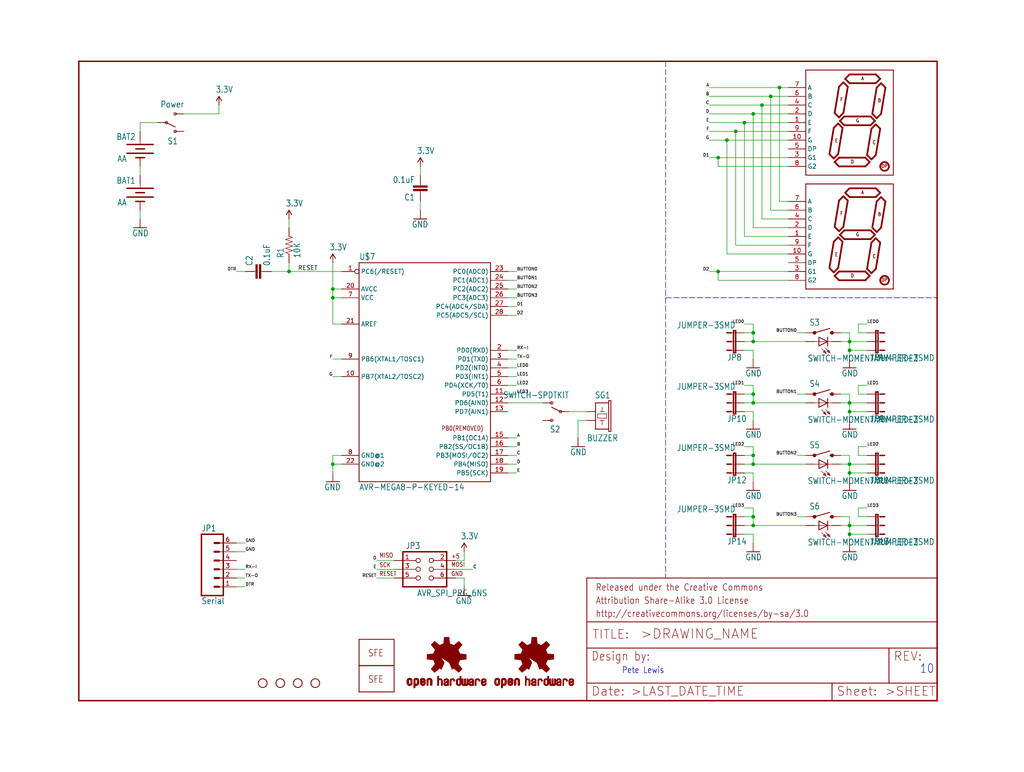
<source format=kicad_sch>
(kicad_sch (version 20211123) (generator eeschema)
  (paper "User" 297.002 223.926)
  (lib_symbols
    (symbol "schematicEagle-eagle-import:0.1UF-50V-20%(PTH)KIT-EZ"
      (property "Reference" "C" (at 1.524 2.921 0))
      (property "Value" "0.1UF-50V-20%(PTH)KIT-EZ" (at 1.524 -2.159 0))
      (symbol "0.1UF-50V-20%(PTH)KIT-EZ_1_0"
        (pin passive line (at 0 5.08 270) (length 2.54) (name "1") (number "1"))
        (pin passive line (at 0 -2.54 90) (length 2.54) (name "2") (number "2"))
      )
    )
    (symbol "schematicEagle-eagle-import:10KOHM1{slash}6W5%(PTH)KIT"
      (property "Reference" "R" (at -3.81 1.4986 0))
      (property "Value" "10KOHM1{slash}6W5%(PTH)KIT" (at -3.81 -3.302 0))
      (symbol "10KOHM1{slash}6W5%(PTH)KIT_1_0"
        (pin passive line (at -5.08 0 0) (length 2.54) (name "1") (number "P$1"))
        (pin passive line (at 5.08 0 180) (length 2.54) (name "2") (number "P$2"))
      )
    )
    (symbol "schematicEagle-eagle-import:3.3V" (power)
      (property "Value" "3.3V" (at -1.016 3.556 0))
      (symbol "3.3V_1_0"
        (pin power_in line (at 0 0 90) (length 2.54) (name "3.3V") (number "1"))
      )
    )
    (symbol "schematicEagle-eagle-import:7-SEGMENT-DISPLAY-1{dblquote}-REDEZ"
      (symbol "7-SEGMENT-DISPLAY-1{dblquote}-REDEZ_1_0"
        (text "A" (at 0.762 12.192 0) (effects (font (size 1.016 0.8636) (thickness 0.1727) bold) (justify left bottom)))
        (text "B" (at 5.588 5.842 0) (effects (font (size 1.016 0.8636) (thickness 0.1727) bold) (justify left bottom)))
        (text "C" (at 4.064 -6.35 0) (effects (font (size 1.016 0.8636) (thickness 0.1727) bold) (justify left bottom)))
        (text "D" (at -2.286 -11.938 0) (effects (font (size 1.016 0.8636) (thickness 0.1727) bold) (justify left bottom)))
        (text "DP" (at 6.604 -13.208 0) (effects (font (size 1.016 0.8636) (thickness 0.1727) bold) (justify left bottom)))
        (text "E" (at -6.858 -5.842 0) (effects (font (size 1.016 0.8636) (thickness 0.1727) bold) (justify left bottom)))
        (text "F" (at -5.334 6.096 0) (effects (font (size 1.016 0.8636) (thickness 0.1727) bold) (justify left bottom)))
        (text "G" (at -0.762 0 0) (effects (font (size 1.016 0.8636) (thickness 0.1727) bold) (justify left bottom)))
        (pin bidirectional line (at -20.32 0 0) (length 5.08) (name "E") (number "1"))
        (pin bidirectional line (at -20.32 -5.08 0) (length 5.08) (name "G") (number "10"))
        (pin bidirectional line (at -20.32 2.54 0) (length 5.08) (name "D") (number "2"))
        (pin bidirectional line (at -20.32 -10.16 0) (length 5.08) (name "G1") (number "3"))
        (pin bidirectional line (at -20.32 5.08 0) (length 5.08) (name "C") (number "4"))
        (pin bidirectional line (at -20.32 -7.62 0) (length 5.08) (name "DP") (number "5"))
        (pin bidirectional line (at -20.32 7.62 0) (length 5.08) (name "B") (number "6"))
        (pin bidirectional line (at -20.32 10.16 0) (length 5.08) (name "A") (number "7"))
        (pin bidirectional line (at -20.32 -12.7 0) (length 5.08) (name "G2") (number "8"))
        (pin bidirectional line (at -20.32 -2.54 0) (length 5.08) (name "F") (number "9"))
      )
    )
    (symbol "schematicEagle-eagle-import:AVR-MEGA8-P-KEYED-14"
      (property "Value" "AVR-MEGA8-P-KEYED-14" (at -17.78 -38.1 0))
      (symbol "AVR-MEGA8-P-KEYED-14_1_0"
        (text "PB0(REMOVED)" (at 6.096 -20.828 0) (effects (font (size 1.27 1.0795)) (justify left bottom)))
        (pin bidirectional inverted (at -22.86 25.4 0) (length 5.08) (name "PC6(/RESET)") (number "1"))
        (pin bidirectional line (at -22.86 -5.08 0) (length 5.08) (name "PB7(XTAL2/TOSC2)") (number "10"))
        (pin bidirectional line (at 25.4 -10.16 180) (length 5.08) (name "PD5(T1)") (number "11"))
        (pin bidirectional line (at 25.4 -12.7 180) (length 5.08) (name "PD6(AIN0)") (number "12"))
        (pin bidirectional line (at 25.4 -15.24 180) (length 5.08) (name "PD7(AIN1)") (number "13"))
        (pin bidirectional line (at 25.4 -22.86 180) (length 5.08) (name "PB1(OC1A)") (number "15"))
        (pin bidirectional line (at 25.4 -25.4 180) (length 5.08) (name "PB2(SS/OC1B)") (number "16"))
        (pin bidirectional line (at 25.4 -27.94 180) (length 5.08) (name "PB3(MOSI/OC2)") (number "17"))
        (pin bidirectional line (at 25.4 -30.48 180) (length 5.08) (name "PB4(MISO)") (number "18"))
        (pin bidirectional line (at 25.4 -33.02 180) (length 5.08) (name "PB5(SCK)") (number "19"))
        (pin bidirectional line (at 25.4 2.54 180) (length 5.08) (name "PD0(RXD)") (number "2"))
        (pin bidirectional line (at -22.86 20.32 0) (length 5.08) (name "AVCC") (number "20"))
        (pin bidirectional line (at -22.86 10.16 0) (length 5.08) (name "AREF") (number "21"))
        (pin bidirectional line (at -22.86 -30.48 0) (length 5.08) (name "GND@2") (number "22"))
        (pin bidirectional line (at 25.4 25.4 180) (length 5.08) (name "PC0(ADC0)") (number "23"))
        (pin bidirectional line (at 25.4 22.86 180) (length 5.08) (name "PC1(ADC1)") (number "24"))
        (pin bidirectional line (at 25.4 20.32 180) (length 5.08) (name "PC2(ADC2)") (number "25"))
        (pin bidirectional line (at 25.4 17.78 180) (length 5.08) (name "PC3(ADC3)") (number "26"))
        (pin bidirectional line (at 25.4 15.24 180) (length 5.08) (name "PC4(ADC4/SDA)") (number "27"))
        (pin bidirectional line (at 25.4 12.7 180) (length 5.08) (name "PC5(ADC5/SCL)") (number "28"))
        (pin bidirectional line (at 25.4 0 180) (length 5.08) (name "PD1(TXD)") (number "3"))
        (pin bidirectional line (at 25.4 -2.54 180) (length 5.08) (name "PD2(INT0)") (number "4"))
        (pin bidirectional line (at 25.4 -5.08 180) (length 5.08) (name "PD3(INT1)") (number "5"))
        (pin bidirectional line (at 25.4 -7.62 180) (length 5.08) (name "PD4(XCK/T0)") (number "6"))
        (pin bidirectional line (at -22.86 17.78 0) (length 5.08) (name "VCC") (number "7"))
        (pin bidirectional line (at -22.86 -27.94 0) (length 5.08) (name "GND@1") (number "8"))
        (pin bidirectional line (at -22.86 0 0) (length 5.08) (name "PB6(XTAL1/TOSC1)") (number "9"))
      )
    )
    (symbol "schematicEagle-eagle-import:AVR_SPI_PRG_6NS"
      (property "Reference" "J" (at -4.318 5.842 0))
      (property "Value" "AVR_SPI_PRG_6NS" (at -4.064 -7.62 0))
      (symbol "AVR_SPI_PRG_6NS_1_0"
        (text "+5" (at 8.89 3.048 0) (effects (font (size 1.27 1.0795)) (justify left bottom)))
        (text "GND" (at 8.89 -2.032 0) (effects (font (size 1.27 1.0795)) (justify left bottom)))
        (text "MISO" (at -11.938 3.302 0) (effects (font (size 1.27 1.0795)) (justify left bottom)))
        (text "MOSI" (at 8.89 0.635 0) (effects (font (size 1.27 1.0795)) (justify left bottom)))
        (text "RESET" (at -11.938 -2.032 0) (effects (font (size 1.27 1.0795)) (justify left bottom)))
        (text "SCK" (at -11.938 0.508 0) (effects (font (size 1.27 1.0795)) (justify left bottom)))
        (pin passive inverted (at -7.62 2.54 0) (length 7.62) (name "1") (number "1"))
        (pin passive inverted (at 10.16 2.54 180) (length 7.62) (name "2") (number "2"))
        (pin passive inverted (at -7.62 0 0) (length 7.62) (name "3") (number "3"))
        (pin passive inverted (at 10.16 0 180) (length 7.62) (name "4") (number "4"))
        (pin passive inverted (at -7.62 -2.54 0) (length 7.62) (name "5") (number "5"))
        (pin passive inverted (at 10.16 -2.54 180) (length 7.62) (name "6") (number "6"))
      )
    )
    (symbol "schematicEagle-eagle-import:BATTERYAA-KIT"
      (property "Reference" "BAT" (at -3.81 5.08 0))
      (property "Value" "BATTERYAA-KIT" (at -3.81 -6.35 0))
      (symbol "BATTERYAA-KIT_1_0"
        (pin power_in line (at 5.08 0 180) (length 2.54) (name "-") (number "GND@1"))
        (pin power_in line (at -5.08 0 0) (length 2.54) (name "+") (number "PWR@1"))
      )
    )
    (symbol "schematicEagle-eagle-import:BUZZERPTH-KIT"
      (property "Reference" "SG" (at -2.54 5.08 0))
      (property "Value" "BUZZERPTH-KIT" (at 6.35 0 0))
      (symbol "BUZZERPTH-KIT_1_0"
        (pin passive line (at 0 -2.54 90) (length 2.54) (name "1") (number "+"))
        (pin passive line (at 2.54 -2.54 90) (length 2.54) (name "2") (number "-"))
      )
    )
    (symbol "schematicEagle-eagle-import:FRAME-LETTER"
      (symbol "FRAME-LETTER_2_0"
        (text ">DRAWING_NAME" (at 15.494 17.78 0) (effects (font (size 2.7432 2.7432)) (justify left bottom)))
        (text ">LAST_DATE_TIME" (at 12.7 1.27 0) (effects (font (size 2.54 2.54)) (justify left bottom)))
        (text ">SHEET" (at 86.36 1.27 0) (effects (font (size 2.54 2.54)) (justify left bottom)))
        (text "Attribution Share-Alike 3.0 License" (at 2.54 27.94 0) (effects (font (size 1.9304 1.6408)) (justify left bottom)))
        (text "Date:" (at 1.27 1.27 0) (effects (font (size 2.54 2.54)) (justify left bottom)))
        (text "Design by:" (at 1.27 11.43 0) (effects (font (size 2.54 2.159)) (justify left bottom)))
        (text "http://creativecommons.org/licenses/by-sa/3.0" (at 2.54 24.13 0) (effects (font (size 1.9304 1.6408)) (justify left bottom)))
        (text "Released under the Creative Commons" (at 2.54 31.75 0) (effects (font (size 1.9304 1.6408)) (justify left bottom)))
        (text "REV:" (at 88.9 11.43 0) (effects (font (size 2.54 2.54)) (justify left bottom)))
        (text "Sheet:" (at 72.39 1.27 0) (effects (font (size 2.54 2.54)) (justify left bottom)))
        (text "TITLE:" (at 1.524 17.78 0) (effects (font (size 2.54 2.54)) (justify left bottom)))
      )
    )
    (symbol "schematicEagle-eagle-import:GND" (power)
      (property "Value" "GND" (at -2.54 -2.54 0))
      (symbol "GND_1_0"
        (pin power_in line (at 0 2.54 270) (length 2.54) (name "GND") (number "1"))
      )
    )
    (symbol "schematicEagle-eagle-import:JUMPER-3SMD"
      (property "Reference" "JP" (at -1.27 0 90))
      (property "Value" "JUMPER-3SMD" (at 8.255 0 90))
      (symbol "JUMPER-3SMD_1_0"
        (pin passive line (at 0 -2.54 90) (length 2.54) (name "1") (number "1"))
        (pin passive line (at 2.54 -2.54 90) (length 2.54) (name "2") (number "2"))
        (pin passive line (at 5.08 -2.54 90) (length 2.54) (name "3") (number "3"))
      )
    )
    (symbol "schematicEagle-eagle-import:LOGO-SFENEW"
      (symbol "LOGO-SFENEW_1_0"
        (text "SFE" (at 0 0 0) (effects (font (size 1.9304 1.6408)) (justify left bottom)))
      )
    )
    (symbol "schematicEagle-eagle-import:M06-SFENOSILK"
      (property "Reference" "JP" (at -5.08 10.922 0))
      (property "Value" "M06-SFENOSILK" (at -5.08 -10.16 0))
      (symbol "M06-SFENOSILK_1_0"
        (pin passive line (at 5.08 -5.08 180) (length 5.08) (name "1") (number "1"))
        (pin passive line (at 5.08 -2.54 180) (length 5.08) (name "2") (number "2"))
        (pin passive line (at 5.08 0 180) (length 5.08) (name "3") (number "3"))
        (pin passive line (at 5.08 2.54 180) (length 5.08) (name "4") (number "4"))
        (pin passive line (at 5.08 5.08 180) (length 5.08) (name "5") (number "5"))
        (pin passive line (at 5.08 7.62 180) (length 5.08) (name "6") (number "6"))
      )
    )
    (symbol "schematicEagle-eagle-import:OSHW-LOGOL")
    (symbol "schematicEagle-eagle-import:OSHW-LOGOS")
    (symbol "schematicEagle-eagle-import:STAND-OFF")
    (symbol "schematicEagle-eagle-import:SWITCH-MOMENTARY-LEDEZ"
      (property "Reference" "S" (at -4.064 2.032 0))
      (property "Value" "SWITCH-MOMENTARY-LEDEZ" (at -4.572 -8.382 0))
      (symbol "SWITCH-MOMENTARY-LEDEZ_1_0"
        (pin passive line (at 5.08 0 180) (length 2.54) (name "2") (number "2"))
        (pin passive line (at -5.08 0 0) (length 2.54) (name "1") (number "4"))
        (pin passive line (at -5.08 -2.54 0) (length 2.54) (name "A") (number "A"))
        (pin passive line (at 5.08 -2.54 180) (length 2.54) (name "C") (number "C"))
      )
    )
    (symbol "schematicEagle-eagle-import:SWITCH-SPDTKIT"
      (property "Reference" "S" (at -1.905 -6.35 0))
      (property "Value" "SWITCH-SPDTKIT" (at -2.54 3.81 0))
      (symbol "SWITCH-SPDTKIT_1_0"
        (pin passive line (at 5.08 2.54 180) (length 2.54) (name "O") (number "1"))
        (pin passive line (at -2.54 0 0) (length 2.54) (name "P") (number "2"))
        (pin passive line (at 5.08 -2.54 180) (length 2.54) (name "S") (number "3"))
      )
    )
  )
  (junction (at 218.44 152.4))
  (junction (at 208.28 45.72))
  (junction (at 223.52 27.94))
  (junction (at 246.38 152.4))
  (junction (at 213.36 38.1))
  (junction (at 246.38 119.38))
  (junction (at 246.38 101.6))
  (junction (at 218.44 132.08))
  (junction (at 246.38 154.94))
  (junction (at 210.82 40.64))
  (junction (at 218.44 96.52))
  (junction (at 218.44 134.62))
  (junction (at 218.44 149.86))
  (junction (at 218.44 99.06))
  (junction (at 208.28 78.74))
  (junction (at 96.52 83.82))
  (junction (at 218.44 33.02))
  (junction (at 246.38 137.16))
  (junction (at 96.52 86.36))
  (junction (at 226.06 25.4))
  (junction (at 215.9 35.56))
  (junction (at 246.38 99.06))
  (junction (at 218.44 116.84))
  (junction (at 83.82 78.74))
  (junction (at 220.98 30.48))
  (junction (at 246.38 134.62))
  (junction (at 218.44 114.3))
  (junction (at 246.38 116.84))
  (junction (at 96.52 134.62))
  (wire (pts (xy 228.6 45.72) (xy 208.28 45.72)))
  (wire (pts (xy 228.6 48.26) (xy 208.28 48.26)))
  (wire (pts (xy 246.38 152.4) (xy 246.38 154.94)))
  (wire (pts (xy 213.36 38.1) (xy 205.74 38.1)))
  (wire (pts (xy 96.52 134.62) (xy 96.52 137.16)))
  (wire (pts (xy 99.06 78.74) (xy 83.82 78.74)))
  (wire (pts (xy 147.32 127) (xy 149.86 127)))
  (wire (pts (xy 40.64 63.5) (xy 40.64 60.96)))
  (wire (pts (xy 215.9 35.56) (xy 205.74 35.56)))
  (wire (pts (xy 71.12 78.74) (xy 68.58 78.74)))
  (wire (pts (xy 215.9 68.58) (xy 228.6 68.58)))
  (wire (pts (xy 215.9 35.56) (xy 215.9 68.58)))
  (wire (pts (xy 248.92 129.54) (xy 251.46 129.54)))
  (wire (pts (xy 147.32 109.22) (xy 149.86 109.22)))
  (wire (pts (xy 68.58 167.64) (xy 71.12 167.64)))
  (wire (pts (xy 114.3 162.56) (xy 109.22 162.56)))
  (wire (pts (xy 246.38 154.94) (xy 246.38 157.48)))
  (wire (pts (xy 233.68 114.3) (xy 231.14 114.3)))
  (wire (pts (xy 246.38 101.6) (xy 246.38 104.14)))
  (wire (pts (xy 96.52 93.98) (xy 96.52 86.36)))
  (wire (pts (xy 147.32 106.68) (xy 149.86 106.68)))
  (wire (pts (xy 223.52 60.96) (xy 228.6 60.96)))
  (wire (pts (xy 248.92 114.3) (xy 248.92 111.76)))
  (wire (pts (xy 83.82 63.5) (xy 83.82 66.04)))
  (wire (pts (xy 220.98 30.48) (xy 220.98 63.5)))
  (wire (pts (xy 215.9 119.38) (xy 218.44 119.38)))
  (wire (pts (xy 228.6 78.74) (xy 208.28 78.74)))
  (wire (pts (xy 83.82 78.74) (xy 78.74 78.74)))
  (wire (pts (xy 233.68 132.08) (xy 231.14 132.08)))
  (wire (pts (xy 215.9 114.3) (xy 218.44 114.3)))
  (wire (pts (xy 215.9 154.94) (xy 218.44 154.94)))
  (wire (pts (xy 215.9 137.16) (xy 218.44 137.16)))
  (wire (pts (xy 218.44 149.86) (xy 218.44 147.32)))
  (wire (pts (xy 147.32 101.6) (xy 149.86 101.6)))
  (wire (pts (xy 248.92 149.86) (xy 248.92 147.32)))
  (wire (pts (xy 134.62 162.56) (xy 134.62 160.02)))
  (wire (pts (xy 228.6 30.48) (xy 220.98 30.48)))
  (wire (pts (xy 210.82 73.66) (xy 228.6 73.66)))
  (wire (pts (xy 220.98 63.5) (xy 228.6 63.5)))
  (wire (pts (xy 243.84 132.08) (xy 246.38 132.08)))
  (wire (pts (xy 233.68 96.52) (xy 231.14 96.52)))
  (wire (pts (xy 251.46 99.06) (xy 246.38 99.06)))
  (wire (pts (xy 165.1 119.38) (xy 170.18 119.38)))
  (wire (pts (xy 218.44 132.08) (xy 218.44 134.62)))
  (wire (pts (xy 233.68 99.06) (xy 218.44 99.06)))
  (wire (pts (xy 251.46 116.84) (xy 246.38 116.84)))
  (wire (pts (xy 215.9 132.08) (xy 218.44 132.08)))
  (wire (pts (xy 68.58 160.02) (xy 71.12 160.02)))
  (wire (pts (xy 246.38 149.86) (xy 246.38 152.4)))
  (wire (pts (xy 218.44 154.94) (xy 218.44 157.48)))
  (wire (pts (xy 248.92 96.52) (xy 248.92 93.98)))
  (wire (pts (xy 121.92 50.8) (xy 121.92 48.26)))
  (wire (pts (xy 243.84 134.62) (xy 246.38 134.62)))
  (wire (pts (xy 218.44 114.3) (xy 218.44 111.76)))
  (wire (pts (xy 218.44 66.04) (xy 228.6 66.04)))
  (wire (pts (xy 99.06 93.98) (xy 96.52 93.98)))
  (wire (pts (xy 248.92 147.32) (xy 251.46 147.32)))
  (wire (pts (xy 99.06 132.08) (xy 96.52 132.08)))
  (wire (pts (xy 228.6 40.64) (xy 210.82 40.64)))
  (wire (pts (xy 208.28 78.74) (xy 205.74 78.74)))
  (wire (pts (xy 147.32 116.84) (xy 157.48 116.84)))
  (wire (pts (xy 213.36 38.1) (xy 213.36 71.12)))
  (wire (pts (xy 208.28 81.28) (xy 208.28 78.74)))
  (wire (pts (xy 208.28 48.26) (xy 208.28 45.72)))
  (wire (pts (xy 40.64 35.56) (xy 40.64 38.1)))
  (wire (pts (xy 218.44 152.4) (xy 215.9 152.4)))
  (wire (pts (xy 243.84 152.4) (xy 246.38 152.4)))
  (wire (pts (xy 114.3 165.1) (xy 109.22 165.1)))
  (wire (pts (xy 218.44 93.98) (xy 215.9 93.98)))
  (wire (pts (xy 218.44 111.76) (xy 215.9 111.76)))
  (wire (pts (xy 218.44 96.52) (xy 218.44 93.98)))
  (wire (pts (xy 218.44 114.3) (xy 218.44 116.84)))
  (wire (pts (xy 226.06 25.4) (xy 226.06 58.42)))
  (wire (pts (xy 99.06 109.22) (xy 96.52 109.22)))
  (wire (pts (xy 233.68 116.84) (xy 218.44 116.84)))
  (wire (pts (xy 233.68 149.86) (xy 231.14 149.86)))
  (wire (pts (xy 246.38 114.3) (xy 246.38 116.84)))
  (polyline (pts (xy 193.04 86.36) (xy 193.04 167.64)))
  (wire (pts (xy 218.44 149.86) (xy 218.44 152.4)))
  (wire (pts (xy 246.38 119.38) (xy 246.38 121.92)))
  (wire (pts (xy 132.08 167.64) (xy 134.62 167.64)))
  (wire (pts (xy 147.32 83.82) (xy 149.86 83.82)))
  (wire (pts (xy 223.52 27.94) (xy 223.52 60.96)))
  (wire (pts (xy 218.44 96.52) (xy 218.44 99.06)))
  (wire (pts (xy 40.64 35.56) (xy 45.72 35.56)))
  (wire (pts (xy 218.44 116.84) (xy 215.9 116.84)))
  (wire (pts (xy 251.46 119.38) (xy 246.38 119.38)))
  (polyline (pts (xy 193.04 17.78) (xy 193.04 86.36)))
  (wire (pts (xy 132.08 162.56) (xy 134.62 162.56)))
  (wire (pts (xy 243.84 96.52) (xy 246.38 96.52)))
  (wire (pts (xy 147.32 134.62) (xy 149.86 134.62)))
  (wire (pts (xy 40.64 48.26) (xy 40.64 50.8)))
  (wire (pts (xy 121.92 60.96) (xy 121.92 58.42)))
  (wire (pts (xy 246.38 134.62) (xy 246.38 137.16)))
  (wire (pts (xy 215.9 96.52) (xy 218.44 96.52)))
  (wire (pts (xy 251.46 149.86) (xy 248.92 149.86)))
  (wire (pts (xy 147.32 129.54) (xy 149.86 129.54)))
  (wire (pts (xy 246.38 99.06) (xy 243.84 99.06)))
  (wire (pts (xy 99.06 86.36) (xy 96.52 86.36)))
  (wire (pts (xy 251.46 154.94) (xy 246.38 154.94)))
  (wire (pts (xy 218.44 147.32) (xy 215.9 147.32)))
  (wire (pts (xy 215.9 101.6) (xy 218.44 101.6)))
  (wire (pts (xy 226.06 58.42) (xy 228.6 58.42)))
  (wire (pts (xy 248.92 132.08) (xy 248.92 129.54)))
  (wire (pts (xy 53.34 33.02) (xy 63.5 33.02)))
  (wire (pts (xy 218.44 134.62) (xy 215.9 134.62)))
  (wire (pts (xy 218.44 33.02) (xy 205.74 33.02)))
  (wire (pts (xy 251.46 132.08) (xy 248.92 132.08)))
  (wire (pts (xy 83.82 76.2) (xy 83.82 78.74)))
  (wire (pts (xy 147.32 111.76) (xy 149.86 111.76)))
  (wire (pts (xy 243.84 149.86) (xy 246.38 149.86)))
  (wire (pts (xy 243.84 116.84) (xy 246.38 116.84)))
  (wire (pts (xy 218.44 33.02) (xy 218.44 66.04)))
  (wire (pts (xy 251.46 96.52) (xy 248.92 96.52)))
  (wire (pts (xy 147.32 78.74) (xy 149.86 78.74)))
  (wire (pts (xy 251.46 152.4) (xy 246.38 152.4)))
  (wire (pts (xy 223.52 27.94) (xy 205.74 27.94)))
  (wire (pts (xy 251.46 134.62) (xy 246.38 134.62)))
  (wire (pts (xy 147.32 91.44) (xy 149.86 91.44)))
  (wire (pts (xy 147.32 137.16) (xy 149.86 137.16)))
  (wire (pts (xy 218.44 99.06) (xy 215.9 99.06)))
  (wire (pts (xy 215.9 149.86) (xy 218.44 149.86)))
  (polyline (pts (xy 193.04 86.36) (xy 271.78 86.36)))
  (wire (pts (xy 147.32 132.08) (xy 149.86 132.08)))
  (wire (pts (xy 228.6 81.28) (xy 208.28 81.28)))
  (wire (pts (xy 210.82 40.64) (xy 205.74 40.64)))
  (wire (pts (xy 251.46 114.3) (xy 248.92 114.3)))
  (wire (pts (xy 99.06 104.14) (xy 96.52 104.14)))
  (wire (pts (xy 246.38 99.06) (xy 246.38 101.6)))
  (wire (pts (xy 167.64 121.92) (xy 167.64 127)))
  (wire (pts (xy 147.32 88.9) (xy 149.86 88.9)))
  (wire (pts (xy 213.36 71.12) (xy 228.6 71.12)))
  (wire (pts (xy 233.68 134.62) (xy 218.44 134.62)))
  (wire (pts (xy 63.5 30.48) (xy 63.5 33.02)))
  (wire (pts (xy 99.06 83.82) (xy 96.52 83.82)))
  (wire (pts (xy 218.44 129.54) (xy 215.9 129.54)))
  (wire (pts (xy 170.18 121.92) (xy 167.64 121.92)))
  (wire (pts (xy 226.06 25.4) (xy 205.74 25.4)))
  (wire (pts (xy 134.62 167.64) (xy 134.62 170.18)))
  (wire (pts (xy 96.52 132.08) (xy 96.52 134.62)))
  (wire (pts (xy 208.28 45.72) (xy 205.74 45.72)))
  (wire (pts (xy 96.52 86.36) (xy 96.52 83.82)))
  (wire (pts (xy 68.58 170.18) (xy 71.12 170.18)))
  (wire (pts (xy 246.38 132.08) (xy 246.38 134.62)))
  (wire (pts (xy 251.46 137.16) (xy 246.38 137.16)))
  (wire (pts (xy 218.44 101.6) (xy 218.44 104.14)))
  (wire (pts (xy 218.44 132.08) (xy 218.44 129.54)))
  (wire (pts (xy 248.92 111.76) (xy 251.46 111.76)))
  (wire (pts (xy 218.44 137.16) (xy 218.44 139.7)))
  (wire (pts (xy 233.68 152.4) (xy 218.44 152.4)))
  (wire (pts (xy 228.6 35.56) (xy 215.9 35.56)))
  (wire (pts (xy 147.32 86.36) (xy 149.86 86.36)))
  (wire (pts (xy 99.06 134.62) (xy 96.52 134.62)))
  (wire (pts (xy 248.92 93.98) (xy 251.46 93.98)))
  (wire (pts (xy 147.32 81.28) (xy 149.86 81.28)))
  (wire (pts (xy 132.08 165.1) (xy 137.16 165.1)))
  (wire (pts (xy 147.32 114.3) (xy 149.86 114.3)))
  (wire (pts (xy 210.82 40.64) (xy 210.82 73.66)))
  (wire (pts (xy 243.84 114.3) (xy 246.38 114.3)))
  (wire (pts (xy 228.6 27.94) (xy 223.52 27.94)))
  (wire (pts (xy 220.98 30.48) (xy 205.74 30.48)))
  (wire (pts (xy 228.6 25.4) (xy 226.06 25.4)))
  (wire (pts (xy 147.32 104.14) (xy 149.86 104.14)))
  (wire (pts (xy 228.6 38.1) (xy 213.36 38.1)))
  (wire (pts (xy 68.58 165.1) (xy 71.12 165.1)))
  (wire (pts (xy 218.44 119.38) (xy 218.44 121.92)))
  (wire (pts (xy 96.52 83.82) (xy 96.52 76.2)))
  (wire (pts (xy 251.46 101.6) (xy 246.38 101.6)))
  (wire (pts (xy 246.38 96.52) (xy 246.38 99.06)))
  (wire (pts (xy 246.38 137.16) (xy 246.38 139.7)))
  (wire (pts (xy 246.38 116.84) (xy 246.38 119.38)))
  (wire (pts (xy 228.6 33.02) (xy 218.44 33.02)))
  (wire (pts (xy 68.58 157.48) (xy 71.12 157.48)))
  (wire (pts (xy 114.3 167.64) (xy 109.22 167.64)))
  (text "10" (at 266.7 195.58 180) (effects (font (size 2.54 2.159)) (justify left bottom)))
  (text "Pete Lewis" (at 180.34 195.58 180) (effects (font (size 1.778 1.5113)) (justify left bottom)))
  (label "RX-I" (at 149.86 101.6 0) (effects (font (size 0.889 0.889))))
  (label "LED2" (at 149.86 111.76 0) (effects (font (size 0.889 0.889))))
  (label "C" (at 149.86 132.08 0) (effects (font (size 0.889 0.889))))
  (label "LED3" (at 149.86 114.3 0) (effects (font (size 0.889 0.889))))
  (label "BUTTON3" (at 231.14 149.86 180) (effects (font (size 0.889 0.889))))
  (label "D" (at 149.86 134.62 0) (effects (font (size 0.889 0.889))))
  (label "LED1" (at 149.86 109.22 0) (effects (font (size 0.889 0.889))))
  (label "A" (at 205.74 25.4 180) (effects (font (size 0.889 0.889))))
  (label "LED2" (at 215.9 129.54 180) (effects (font (size 0.889 0.889))))
  (label "BUTTON1" (at 231.14 114.3 180) (effects (font (size 0.889 0.889))))
  (label "BUTTON1" (at 149.86 81.28 0) (effects (font (size 0.889 0.889))))
  (label "C" (at 205.74 30.48 180) (effects (font (size 0.889 0.889))))
  (label "RESET" (at 86.36 78.74 0) (effects (font (size 1.2446 1.2446))))
  (label "LED2" (at 251.46 129.54 0) (effects (font (size 0.889 0.889))))
  (label "B" (at 205.74 27.94 180) (effects (font (size 0.889 0.889))))
  (label "LED0" (at 215.9 93.98 180) (effects (font (size 0.889 0.889))))
  (label "BUTTON3" (at 149.86 86.36 0) (effects (font (size 0.889 0.889))))
  (label "RX-I" (at 71.12 165.1 0) (effects (font (size 0.889 0.889))))
  (label "BUTTON0" (at 231.14 96.52 180) (effects (font (size 0.889 0.889))))
  (label "D2" (at 205.74 78.74 180) (effects (font (size 0.889 0.889))))
  (label "DTR" (at 71.12 170.18 0) (effects (font (size 0.889 0.889))))
  (label "RESET" (at 109.22 167.64 180) (effects (font (size 0.889 0.889))))
  (label "LED1" (at 251.46 111.76 0) (effects (font (size 0.889 0.889))))
  (label "GND" (at 71.12 157.48 0) (effects (font (size 0.889 0.889))))
  (label "F" (at 96.52 104.14 180) (effects (font (size 0.889 0.889))))
  (label "D1" (at 149.86 88.9 0) (effects (font (size 0.889 0.889))))
  (label "F" (at 205.74 38.1 180) (effects (font (size 0.889 0.889))))
  (label "BUTTON0" (at 149.86 78.74 0) (effects (font (size 0.889 0.889))))
  (label "C" (at 137.16 165.1 0) (effects (font (size 0.889 0.889))))
  (label "A" (at 149.86 127 0) (effects (font (size 0.889 0.889))))
  (label "GND" (at 71.12 160.02 0) (effects (font (size 0.889 0.889))))
  (label "E" (at 109.22 165.1 180) (effects (font (size 0.889 0.889))))
  (label "TX-O" (at 71.12 167.64 0) (effects (font (size 0.889 0.889))))
  (label "D2" (at 149.86 91.44 0) (effects (font (size 0.889 0.889))))
  (label "LED0" (at 149.86 106.68 0) (effects (font (size 0.889 0.889))))
  (label "G" (at 205.74 40.64 180) (effects (font (size 0.889 0.889))))
  (label "TX-O" (at 149.86 104.14 0) (effects (font (size 0.889 0.889))))
  (label "D1" (at 205.74 45.72 180) (effects (font (size 0.889 0.889))))
  (label "E" (at 205.74 35.56 180) (effects (font (size 0.889 0.889))))
  (label "LED3" (at 251.46 147.32 0) (effects (font (size 0.889 0.889))))
  (label "G" (at 96.52 109.22 180) (effects (font (size 0.889 0.889))))
  (label "DTR" (at 68.58 78.74 180) (effects (font (size 0.889 0.889))))
  (label "LED3" (at 215.9 147.32 180) (effects (font (size 0.889 0.889))))
  (label "B" (at 149.86 129.54 0) (effects (font (size 0.889 0.889))))
  (label "D" (at 205.74 33.02 180) (effects (font (size 0.889 0.889))))
  (label "LED1" (at 215.9 111.76 180) (effects (font (size 0.889 0.889))))
  (label "LED0" (at 251.46 93.98 0) (effects (font (size 0.889 0.889))))
  (label "E" (at 149.86 137.16 0) (effects (font (size 0.889 0.889))))
  (label "D" (at 109.22 162.56 180) (effects (font (size 0.889 0.889))))
  (label "BUTTON2" (at 149.86 83.82 0) (effects (font (size 0.889 0.889))))
  (label "BUTTON2" (at 231.14 132.08 180) (effects (font (size 0.889 0.889))))
  (symbol (lib_id "schematicEagle-eagle-import:STAND-OFF") (at 81.28 198.12 0) (unit 1)
    (property "Reference" "JP5" (effects hide))
    (property "Value" "STAND-OFF" (effects hide))
    (property "Footprint" "schematicEagle:STAND-OFF" (effects hide))
  )
  (symbol (lib_id "schematicEagle-eagle-import:SWITCH-MOMENTARY-LEDEZ") (at 238.76 96.52 0) (unit 1)
    (property "Reference" "S3" (at 234.696 94.488 0) (effects (font (size 1.778 1.5113)) (justify left bottom)))
    (property "Value" "SWITCH-MOMENTARY-LEDEZ" (at 234.188 104.902 0) (effects (font (size 1.778 1.5113)) (justify left bottom)))
    (property "Footprint" "schematicEagle:TACTILE-PTH-LED-12MM-EZ" (effects hide))
  )
  (symbol (lib_id "schematicEagle-eagle-import:AVR_SPI_PRG_6NS") (at 121.92 165.1 0) (unit 1)
    (property "Reference" "JP3" (at 117.602 159.258 0) (effects (font (size 1.778 1.5113)) (justify left bottom)))
    (property "Value" "AVR_SPI_PRG_6NS" (at 120.904 172.974 0) (effects (font (size 1.778 1.5113)) (justify left bottom)))
    (property "Footprint" "schematicEagle:2X3-NS" (effects hide))
  )
  (symbol (lib_id "schematicEagle-eagle-import:GND") (at 167.64 129.54 0) (mirror y) (unit 1)
    (property "Reference" "#GND3" (effects hide))
    (property "Value" "GND" (at 170.18 132.08 0) (effects (font (size 1.778 1.5113)) (justify left bottom)))
    (property "Footprint" "schematicEagle:" (effects hide))
  )
  (symbol (lib_id "schematicEagle-eagle-import:GND") (at 246.38 160.02 0) (mirror y) (unit 1)
    (property "Reference" "#GND1" (effects hide))
    (property "Value" "GND" (at 248.92 162.56 0) (effects (font (size 1.778 1.5113)) (justify left bottom)))
    (property "Footprint" "schematicEagle:" (effects hide))
  )
  (symbol (lib_id "schematicEagle-eagle-import:3.3V") (at 96.52 76.2 0) (unit 1)
    (property "Reference" "#P+9" (effects hide))
    (property "Value" "3.3V" (at 95.504 72.644 0) (effects (font (size 1.778 1.5113)) (justify left bottom)))
    (property "Footprint" "schematicEagle:" (effects hide))
  )
  (symbol (lib_id "schematicEagle-eagle-import:M06-SFENOSILK") (at 63.5 165.1 0) (unit 1)
    (property "Reference" "JP1" (at 58.42 154.178 0) (effects (font (size 1.778 1.5113)) (justify left bottom)))
    (property "Value" "Serial" (at 58.42 175.26 0) (effects (font (size 1.778 1.5113)) (justify left bottom)))
    (property "Footprint" "schematicEagle:1X06-NOSILK" (effects hide))
  )
  (symbol (lib_id "schematicEagle-eagle-import:STAND-OFF") (at 91.44 198.12 0) (unit 1)
    (property "Reference" "JP7" (effects hide))
    (property "Value" "STAND-OFF" (effects hide))
    (property "Footprint" "schematicEagle:STAND-OFF" (effects hide))
  )
  (symbol (lib_id "schematicEagle-eagle-import:GND") (at 246.38 106.68 0) (mirror y) (unit 1)
    (property "Reference" "#GND5" (effects hide))
    (property "Value" "GND" (at 248.92 109.22 0) (effects (font (size 1.778 1.5113)) (justify left bottom)))
    (property "Footprint" "schematicEagle:" (effects hide))
  )
  (symbol (lib_id "schematicEagle-eagle-import:JUMPER-3SMD") (at 213.36 119.38 90) (unit 1)
    (property "Reference" "JP10" (at 210.82 122.428 90) (effects (font (size 1.778 1.5113)) (justify right top)))
    (property "Value" "JUMPER-3SMD" (at 213.36 111.125 90) (effects (font (size 1.778 1.5113)) (justify left bottom)))
    (property "Footprint" "schematicEagle:SJ_3" (effects hide))
  )
  (symbol (lib_id "schematicEagle-eagle-import:GND") (at 246.38 124.46 0) (mirror y) (unit 1)
    (property "Reference" "#GND6" (effects hide))
    (property "Value" "GND" (at 248.92 127 0) (effects (font (size 1.778 1.5113)) (justify left bottom)))
    (property "Footprint" "schematicEagle:" (effects hide))
  )
  (symbol (lib_id "schematicEagle-eagle-import:7-SEGMENT-DISPLAY-1{dblquote}-REDEZ") (at 248.92 68.58 0) (unit 1)
    (property "Reference" "U$6" (effects hide))
    (property "Value" "7-SEGMENT-DISPLAY-1\"-REDEZ" (effects hide))
    (property "Footprint" "schematicEagle:7-SEGMENT-1_PTH-EZ" (effects hide))
  )
  (symbol (lib_id "schematicEagle-eagle-import:SWITCH-MOMENTARY-LEDEZ") (at 238.76 149.86 0) (unit 1)
    (property "Reference" "S6" (at 234.696 147.828 0) (effects (font (size 1.778 1.5113)) (justify left bottom)))
    (property "Value" "SWITCH-MOMENTARY-LEDEZ" (at 234.188 158.242 0) (effects (font (size 1.778 1.5113)) (justify left bottom)))
    (property "Footprint" "schematicEagle:TACTILE-PTH-LED-12MM-EZ" (effects hide))
  )
  (symbol (lib_id "schematicEagle-eagle-import:BATTERYAA-KIT") (at 40.64 55.88 90) (mirror x) (unit 1)
    (property "Reference" "BAT1" (at 39.37 53.34 90) (effects (font (size 1.778 1.5113)) (justify left bottom)))
    (property "Value" "AA" (at 36.83 59.69 90) (effects (font (size 1.778 1.5113)) (justify left bottom)))
    (property "Footprint" "schematicEagle:BATTERY-AA-KIT" (effects hide))
  )
  (symbol (lib_id "schematicEagle-eagle-import:3.3V") (at 63.5 30.48 0) (unit 1)
    (property "Reference" "#P+1" (effects hide))
    (property "Value" "3.3V" (at 62.484 26.924 0) (effects (font (size 1.778 1.5113)) (justify left bottom)))
    (property "Footprint" "schematicEagle:" (effects hide))
  )
  (symbol (lib_id "schematicEagle-eagle-import:10KOHM1{slash}6W5%(PTH)KIT") (at 83.82 71.12 90) (unit 1)
    (property "Reference" "R1" (at 82.3214 74.93 0) (effects (font (size 1.778 1.5113)) (justify left bottom)))
    (property "Value" "10K" (at 87.122 74.93 0) (effects (font (size 1.778 1.5113)) (justify left bottom)))
    (property "Footprint" "schematicEagle:AXIAL-0.3-KIT" (effects hide))
  )
  (symbol (lib_id "schematicEagle-eagle-import:7-SEGMENT-DISPLAY-1{dblquote}-REDEZ") (at 248.92 35.56 0) (unit 1)
    (property "Reference" "U$1" (effects hide))
    (property "Value" "7-SEGMENT-DISPLAY-1\"-REDEZ" (effects hide))
    (property "Footprint" "schematicEagle:7-SEGMENT-1_PTH-EZ" (effects hide))
  )
  (symbol (lib_id "schematicEagle-eagle-import:SWITCH-MOMENTARY-LEDEZ") (at 238.76 114.3 0) (unit 1)
    (property "Reference" "S4" (at 234.696 112.268 0) (effects (font (size 1.778 1.5113)) (justify left bottom)))
    (property "Value" "SWITCH-MOMENTARY-LEDEZ" (at 234.188 122.682 0) (effects (font (size 1.778 1.5113)) (justify left bottom)))
    (property "Footprint" "schematicEagle:TACTILE-PTH-LED-12MM-EZ" (effects hide))
  )
  (symbol (lib_id "schematicEagle-eagle-import:JUMPER-3SMD") (at 254 132.08 270) (unit 1)
    (property "Reference" "JP11" (at 252.222 140.208 90) (effects (font (size 1.778 1.5113)) (justify left bottom)))
    (property "Value" "JUMPER-3SMD" (at 254 140.335 90) (effects (font (size 1.778 1.5113)) (justify left bottom)))
    (property "Footprint" "schematicEagle:SJ_3" (effects hide))
  )
  (symbol (lib_id "schematicEagle-eagle-import:SWITCH-MOMENTARY-LEDEZ") (at 238.76 132.08 0) (unit 1)
    (property "Reference" "S5" (at 234.696 130.048 0) (effects (font (size 1.778 1.5113)) (justify left bottom)))
    (property "Value" "SWITCH-MOMENTARY-LEDEZ" (at 234.188 140.462 0) (effects (font (size 1.778 1.5113)) (justify left bottom)))
    (property "Footprint" "schematicEagle:TACTILE-PTH-LED-12MM-EZ" (effects hide))
  )
  (symbol (lib_id "schematicEagle-eagle-import:BATTERYAA-KIT") (at 40.64 43.18 90) (mirror x) (unit 1)
    (property "Reference" "BAT2" (at 39.37 40.64 90) (effects (font (size 1.778 1.5113)) (justify left bottom)))
    (property "Value" "AA" (at 36.83 46.99 90) (effects (font (size 1.778 1.5113)) (justify left bottom)))
    (property "Footprint" "schematicEagle:BATTERY-AA-KIT" (effects hide))
  )
  (symbol (lib_id "schematicEagle-eagle-import:GND") (at 96.52 139.7 0) (unit 1)
    (property "Reference" "#GND7" (effects hide))
    (property "Value" "GND" (at 93.98 142.24 0) (effects (font (size 1.778 1.5113)) (justify left bottom)))
    (property "Footprint" "schematicEagle:" (effects hide))
  )
  (symbol (lib_id "schematicEagle-eagle-import:BUZZERPTH-KIT") (at 172.72 119.38 270) (unit 1)
    (property "Reference" "SG1" (at 172.466 115.57 90) (effects (font (size 1.778 1.5113)) (justify left bottom)))
    (property "Value" "BUZZER" (at 170.18 128.016 90) (effects (font (size 1.778 1.5113)) (justify left bottom)))
    (property "Footprint" "schematicEagle:BUZZER-12MM-KIT" (effects hide))
  )
  (symbol (lib_id "schematicEagle-eagle-import:JUMPER-3SMD") (at 254 96.52 270) (unit 1)
    (property "Reference" "JP4" (at 252.222 104.648 90) (effects (font (size 1.778 1.5113)) (justify left bottom)))
    (property "Value" "JUMPER-3SMD" (at 254 104.775 90) (effects (font (size 1.778 1.5113)) (justify left bottom)))
    (property "Footprint" "schematicEagle:SJ_3" (effects hide))
  )
  (symbol (lib_id "schematicEagle-eagle-import:JUMPER-3SMD") (at 213.36 101.6 90) (unit 1)
    (property "Reference" "JP8" (at 210.82 104.648 90) (effects (font (size 1.778 1.5113)) (justify right top)))
    (property "Value" "JUMPER-3SMD" (at 213.36 93.345 90) (effects (font (size 1.778 1.5113)) (justify left bottom)))
    (property "Footprint" "schematicEagle:SJ_3" (effects hide))
  )
  (symbol (lib_id "schematicEagle-eagle-import:JUMPER-3SMD") (at 213.36 154.94 90) (unit 1)
    (property "Reference" "JP14" (at 210.82 157.988 90) (effects (font (size 1.778 1.5113)) (justify right top)))
    (property "Value" "JUMPER-3SMD" (at 213.36 146.685 90) (effects (font (size 1.778 1.5113)) (justify left bottom)))
    (property "Footprint" "schematicEagle:SJ_3" (effects hide))
  )
  (symbol (lib_id "schematicEagle-eagle-import:SWITCH-SPDTKIT") (at 48.26 35.56 0) (mirror x) (unit 1)
    (property "Reference" "S1" (at 48.514 41.91 0) (effects (font (size 1.778 1.5113)) (justify left top)))
    (property "Value" "Power" (at 46.482 31.242 0) (effects (font (size 1.778 1.5113)) (justify left top)))
    (property "Footprint" "schematicEagle:SWITCH-SPDT_KIT" (effects hide))
  )
  (symbol (lib_id "schematicEagle-eagle-import:OSHW-LOGOL") (at 129.54 190.5 0) (unit 1)
    (property "Reference" "U$2" (effects hide))
    (property "Value" "OSHW-LOGOL" (effects hide))
    (property "Footprint" "schematicEagle:OSHW-LOGO-L" (effects hide))
  )
  (symbol (lib_id "schematicEagle-eagle-import:AVR-MEGA8-P-KEYED-14") (at 121.92 104.14 0) (unit 1)
    (property "Reference" "U$7" (at 104.14 75.438 0) (effects (font (size 1.778 1.5113)) (justify left bottom)))
    (property "Value" "AVR-MEGA8-P-KEYED-14" (at 104.14 142.24 0) (effects (font (size 1.778 1.5113)) (justify left bottom)))
    (property "Footprint" "schematicEagle:DIL28-3_KEYED-14" (effects hide))
  )
  (symbol (lib_id "schematicEagle-eagle-import:FRAME-LETTER") (at 170.18 203.2 0) (unit 2)
    (property "Reference" "FRAME1" (effects hide))
    (property "Value" "FRAME-LETTER" (effects hide))
    (property "Footprint" "schematicEagle:CREATIVE_COMMONS" (effects hide))
  )
  (symbol (lib_id "schematicEagle-eagle-import:STAND-OFF") (at 86.36 198.12 0) (unit 1)
    (property "Reference" "JP6" (effects hide))
    (property "Value" "STAND-OFF" (effects hide))
    (property "Footprint" "schematicEagle:STAND-OFF" (effects hide))
  )
  (symbol (lib_id "schematicEagle-eagle-import:GND") (at 218.44 142.24 0) (mirror y) (unit 1)
    (property "Reference" "#GND11" (effects hide))
    (property "Value" "GND" (at 220.98 144.78 0) (effects (font (size 1.778 1.5113)) (justify left bottom)))
    (property "Footprint" "schematicEagle:" (effects hide))
  )
  (symbol (lib_id "schematicEagle-eagle-import:OSHW-LOGOS") (at 154.94 190.5 0) (unit 1)
    (property "Reference" "U$3" (effects hide))
    (property "Value" "OSHW-LOGOS" (effects hide))
    (property "Footprint" "schematicEagle:OSHW-LOGO-S" (effects hide))
  )
  (symbol (lib_id "schematicEagle-eagle-import:SWITCH-SPDTKIT") (at 162.56 119.38 0) (mirror y) (unit 1)
    (property "Reference" "S2" (at 162.56 125.476 0) (effects (font (size 1.778 1.5113)) (justify left bottom)))
    (property "Value" "SWITCH-SPDTKIT" (at 165.1 115.57 0) (effects (font (size 1.778 1.5113)) (justify left bottom)))
    (property "Footprint" "schematicEagle:SWITCH-SPDT_KIT" (effects hide))
  )
  (symbol (lib_id "schematicEagle-eagle-import:3.3V") (at 134.62 160.02 0) (unit 1)
    (property "Reference" "#P+4" (effects hide))
    (property "Value" "3.3V" (at 133.604 156.464 0) (effects (font (size 1.778 1.5113)) (justify left bottom)))
    (property "Footprint" "schematicEagle:" (effects hide))
  )
  (symbol (lib_id "schematicEagle-eagle-import:0.1UF-50V-20%(PTH)KIT-EZ") (at 121.92 53.34 180) (unit 1)
    (property "Reference" "C1" (at 120.396 56.261 0) (effects (font (size 1.778 1.5113)) (justify left bottom)))
    (property "Value" "0.1uF" (at 120.396 51.181 0) (effects (font (size 1.778 1.5113)) (justify left bottom)))
    (property "Footprint" "schematicEagle:CAP-PTH-SMALL-KIT" (effects hide))
  )
  (symbol (lib_id "schematicEagle-eagle-import:3.3V") (at 121.92 48.26 0) (unit 1)
    (property "Reference" "#P+2" (effects hide))
    (property "Value" "3.3V" (at 120.904 44.704 0) (effects (font (size 1.778 1.5113)) (justify left bottom)))
    (property "Footprint" "schematicEagle:" (effects hide))
  )
  (symbol (lib_id "schematicEagle-eagle-import:LOGO-SFENEW") (at 106.68 198.12 0) (unit 1)
    (property "Reference" "LOGO2" (effects hide))
    (property "Value" "LOGO-SFENEW" (effects hide))
    (property "Footprint" "schematicEagle:SFE-NEW-WEBLOGO" (effects hide))
  )
  (symbol (lib_id "schematicEagle-eagle-import:GND") (at 246.38 142.24 0) (mirror y) (unit 1)
    (property "Reference" "#GND12" (effects hide))
    (property "Value" "GND" (at 248.92 144.78 0) (effects (font (size 1.778 1.5113)) (justify left bottom)))
    (property "Footprint" "schematicEagle:" (effects hide))
  )
  (symbol (lib_id "schematicEagle-eagle-import:LOGO-SFENEW") (at 106.68 190.5 0) (unit 1)
    (property "Reference" "LOGO1" (effects hide))
    (property "Value" "LOGO-SFENEW" (effects hide))
    (property "Footprint" "schematicEagle:SFE-NEW-WEBLOGO" (effects hide))
  )
  (symbol (lib_id "schematicEagle-eagle-import:STAND-OFF") (at 76.2 198.12 0) (unit 1)
    (property "Reference" "JP2" (effects hide))
    (property "Value" "STAND-OFF" (effects hide))
    (property "Footprint" "schematicEagle:STAND-OFF" (effects hide))
  )
  (symbol (lib_id "schematicEagle-eagle-import:GND") (at 134.62 172.72 0) (unit 1)
    (property "Reference" "#GND4" (effects hide))
    (property "Value" "GND" (at 132.08 175.26 0) (effects (font (size 1.778 1.5113)) (justify left bottom)))
    (property "Footprint" "schematicEagle:" (effects hide))
  )
  (symbol (lib_id "schematicEagle-eagle-import:GND") (at 218.44 124.46 0) (mirror y) (unit 1)
    (property "Reference" "#GND10" (effects hide))
    (property "Value" "GND" (at 220.98 127 0) (effects (font (size 1.778 1.5113)) (justify left bottom)))
    (property "Footprint" "schematicEagle:" (effects hide))
  )
  (symbol (lib_id "schematicEagle-eagle-import:3.3V") (at 83.82 63.5 0) (unit 1)
    (property "Reference" "#P+3" (effects hide))
    (property "Value" "3.3V" (at 82.804 59.944 0) (effects (font (size 1.778 1.5113)) (justify left bottom)))
    (property "Footprint" "schematicEagle:" (effects hide))
  )
  (symbol (lib_id "schematicEagle-eagle-import:FRAME-LETTER") (at 22.86 203.2 0) (unit 1)
    (property "Reference" "FRAME1" (effects hide))
    (property "Value" "FRAME-LETTER" (effects hide))
    (property "Footprint" "schematicEagle:CREATIVE_COMMONS" (effects hide))
  )
  (symbol (lib_id "schematicEagle-eagle-import:0.1UF-50V-20%(PTH)KIT-EZ") (at 76.2 78.74 90) (unit 1)
    (property "Reference" "C2" (at 73.279 77.216 0) (effects (font (size 1.778 1.5113)) (justify left bottom)))
    (property "Value" "0.1uF" (at 78.359 77.216 0) (effects (font (size 1.778 1.5113)) (justify left bottom)))
    (property "Footprint" "schematicEagle:CAP-PTH-SMALL-KIT" (effects hide))
  )
  (symbol (lib_id "schematicEagle-eagle-import:JUMPER-3SMD") (at 213.36 137.16 90) (unit 1)
    (property "Reference" "JP12" (at 210.82 140.208 90) (effects (font (size 1.778 1.5113)) (justify right top)))
    (property "Value" "JUMPER-3SMD" (at 213.36 128.905 90) (effects (font (size 1.778 1.5113)) (justify left bottom)))
    (property "Footprint" "schematicEagle:SJ_3" (effects hide))
  )
  (symbol (lib_id "schematicEagle-eagle-import:GND") (at 40.64 66.04 0) (mirror y) (unit 1)
    (property "Reference" "#GND8" (effects hide))
    (property "Value" "GND" (at 43.18 68.58 0) (effects (font (size 1.778 1.5113)) (justify left bottom)))
    (property "Footprint" "schematicEagle:" (effects hide))
  )
  (symbol (lib_id "schematicEagle-eagle-import:GND") (at 218.44 160.02 0) (mirror y) (unit 1)
    (property "Reference" "#GND13" (effects hide))
    (property "Value" "GND" (at 220.98 162.56 0) (effects (font (size 1.778 1.5113)) (justify left bottom)))
    (property "Footprint" "schematicEagle:" (effects hide))
  )
  (symbol (lib_id "schematicEagle-eagle-import:JUMPER-3SMD") (at 254 114.3 270) (unit 1)
    (property "Reference" "JP9" (at 252.222 122.428 90) (effects (font (size 1.778 1.5113)) (justify left bottom)))
    (property "Value" "JUMPER-3SMD" (at 254 122.555 90) (effects (font (size 1.778 1.5113)) (justify left bottom)))
    (property "Footprint" "schematicEagle:SJ_3" (effects hide))
  )
  (symbol (lib_id "schematicEagle-eagle-import:JUMPER-3SMD") (at 254 149.86 270) (unit 1)
    (property "Reference" "JP13" (at 252.222 157.988 90) (effects (font (size 1.778 1.5113)) (justify left bottom)))
    (property "Value" "JUMPER-3SMD" (at 254 158.115 90) (effects (font (size 1.778 1.5113)) (justify left bottom)))
    (property "Footprint" "schematicEagle:SJ_3" (effects hide))
  )
  (symbol (lib_id "schematicEagle-eagle-import:GND") (at 121.92 63.5 0) (unit 1)
    (property "Reference" "#GND2" (effects hide))
    (property "Value" "GND" (at 119.38 66.04 0) (effects (font (size 1.778 1.5113)) (justify left bottom)))
    (property "Footprint" "schematicEagle:" (effects hide))
  )
  (symbol (lib_id "schematicEagle-eagle-import:GND") (at 218.44 106.68 0) (mirror y) (unit 1)
    (property "Reference" "#GND9" (effects hide))
    (property "Value" "GND" (at 220.98 109.22 0) (effects (font (size 1.778 1.5113)) (justify left bottom)))
    (property "Footprint" "schematicEagle:" (effects hide))
  )
)
</source>
